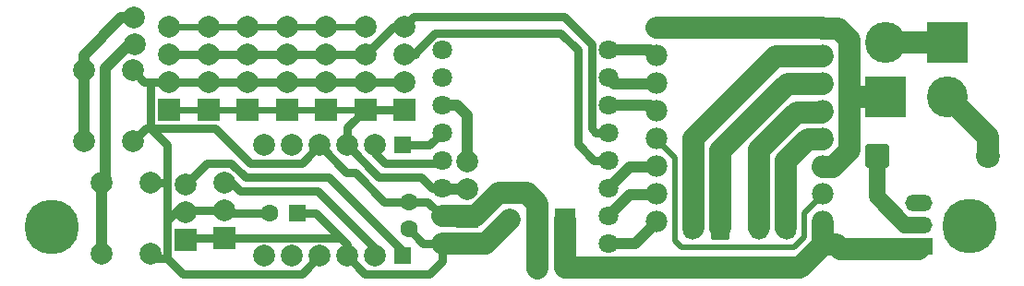
<source format=gbr>
%TF.GenerationSoftware,KiCad,Pcbnew,9.0.6*%
%TF.CreationDate,2026-01-26T16:21:30-03:00*%
%TF.ProjectId,V1_ robot_controller,56315f20-726f-4626-9f74-5f636f6e7472,rev?*%
%TF.SameCoordinates,Original*%
%TF.FileFunction,Copper,L2,Bot*%
%TF.FilePolarity,Positive*%
%FSLAX46Y46*%
G04 Gerber Fmt 4.6, Leading zero omitted, Abs format (unit mm)*
G04 Created by KiCad (PCBNEW 9.0.6) date 2026-01-26 16:21:30*
%MOMM*%
%LPD*%
G01*
G04 APERTURE LIST*
G04 Aperture macros list*
%AMRoundRect*
0 Rectangle with rounded corners*
0 $1 Rounding radius*
0 $2 $3 $4 $5 $6 $7 $8 $9 X,Y pos of 4 corners*
0 Add a 4 corners polygon primitive as box body*
4,1,4,$2,$3,$4,$5,$6,$7,$8,$9,$2,$3,0*
0 Add four circle primitives for the rounded corners*
1,1,$1+$1,$2,$3*
1,1,$1+$1,$4,$5*
1,1,$1+$1,$6,$7*
1,1,$1+$1,$8,$9*
0 Add four rect primitives between the rounded corners*
20,1,$1+$1,$2,$3,$4,$5,0*
20,1,$1+$1,$4,$5,$6,$7,0*
20,1,$1+$1,$6,$7,$8,$9,0*
20,1,$1+$1,$8,$9,$2,$3,0*%
G04 Aperture macros list end*
%TA.AperFunction,ComponentPad*%
%ADD10C,1.600000*%
%TD*%
%TA.AperFunction,ComponentPad*%
%ADD11C,1.980000*%
%TD*%
%TA.AperFunction,ComponentPad*%
%ADD12R,2.000000X2.000000*%
%TD*%
%TA.AperFunction,ComponentPad*%
%ADD13C,2.000000*%
%TD*%
%TA.AperFunction,ComponentPad*%
%ADD14C,3.750000*%
%TD*%
%TA.AperFunction,ComponentPad*%
%ADD15R,3.750000X3.750000*%
%TD*%
%TA.AperFunction,ComponentPad*%
%ADD16RoundRect,0.250000X0.550000X0.550000X-0.550000X0.550000X-0.550000X-0.550000X0.550000X-0.550000X0*%
%TD*%
%TA.AperFunction,ComponentPad*%
%ADD17RoundRect,0.249999X-0.850001X-0.850001X0.850001X-0.850001X0.850001X0.850001X-0.850001X0.850001X0*%
%TD*%
%TA.AperFunction,ComponentPad*%
%ADD18C,2.200000*%
%TD*%
%TA.AperFunction,ComponentPad*%
%ADD19O,1.740000X2.190000*%
%TD*%
%TA.AperFunction,ComponentPad*%
%ADD20RoundRect,0.250000X0.620000X0.845000X-0.620000X0.845000X-0.620000X-0.845000X0.620000X-0.845000X0*%
%TD*%
%TA.AperFunction,ComponentPad*%
%ADD21R,2.500000X1.500000*%
%TD*%
%TA.AperFunction,ComponentPad*%
%ADD22O,2.500000X1.500000*%
%TD*%
%TA.AperFunction,ComponentPad*%
%ADD23C,1.800000*%
%TD*%
%TA.AperFunction,ComponentPad*%
%ADD24R,1.524000X1.524000*%
%TD*%
%TA.AperFunction,ComponentPad*%
%ADD25R,1.905000X2.000000*%
%TD*%
%TA.AperFunction,ComponentPad*%
%ADD26O,1.905000X2.000000*%
%TD*%
%TA.AperFunction,ViaPad*%
%ADD27C,5.000000*%
%TD*%
%TA.AperFunction,ViaPad*%
%ADD28C,2.000000*%
%TD*%
%TA.AperFunction,Conductor*%
%ADD29C,2.000000*%
%TD*%
%TA.AperFunction,Conductor*%
%ADD30C,0.800000*%
%TD*%
%TA.AperFunction,Conductor*%
%ADD31C,0.600000*%
%TD*%
%TA.AperFunction,Conductor*%
%ADD32C,1.500000*%
%TD*%
%TA.AperFunction,Conductor*%
%ADD33C,1.000000*%
%TD*%
%TA.AperFunction,Conductor*%
%ADD34C,0.500000*%
%TD*%
G04 APERTURE END LIST*
D10*
%TO.P,C2,1*%
%TO.N,+5V*%
X180200000Y-107700000D03*
%TO.P,C2,2*%
%TO.N,GND*%
X180200000Y-105200000D03*
%TD*%
D11*
%TO.P,U3,1,VM*%
%TO.N,VMOT*%
X218143000Y-107026654D03*
%TO.P,U3,2,VCC*%
%TO.N,+3.3V*%
X218143000Y-104486654D03*
%TO.P,U3,3,GND*%
%TO.N,GND*%
X218143000Y-101946654D03*
%TO.P,U3,4,A01*%
%TO.N,Net-(J4-Pin_1)*%
X218143000Y-99406654D03*
%TO.P,U3,5,A02*%
%TO.N,Net-(J4-Pin_2)*%
X218143000Y-96866654D03*
%TO.P,U3,6,B02*%
%TO.N,Net-(J3-Pin_1)*%
X218143000Y-94326654D03*
%TO.P,U3,7,B01*%
%TO.N,Net-(J3-Pin_2)*%
X218143000Y-91786654D03*
%TO.P,U3,8,GND*%
%TO.N,GND*%
X218143000Y-89246654D03*
%TO.P,U3,9,GND*%
X202903000Y-89246654D03*
%TO.P,U3,10,PWMB*%
%TO.N,PWMB*%
X202903000Y-91786654D03*
%TO.P,U3,11,BI2*%
%TO.N,INB2*%
X202903000Y-94326654D03*
%TO.P,U3,12,BI1*%
%TO.N,INB1*%
X202903000Y-96866654D03*
%TO.P,U3,13,STBY*%
%TO.N,+3.3V*%
X202903000Y-99406654D03*
%TO.P,U3,14,AI1*%
%TO.N,INA1*%
X202903000Y-101946654D03*
%TO.P,U3,15,AI2*%
%TO.N,INA2*%
X202903000Y-104486654D03*
%TO.P,U3,16,PWMA*%
%TO.N,PWMA*%
X202903000Y-107026654D03*
%TD*%
D12*
%TO.P,J9,1,Pin_1*%
%TO.N,+3.3V*%
X172630000Y-96725000D03*
D13*
%TO.P,J9,2,Pin_2*%
%TO.N,GND*%
X172630000Y-94185000D03*
%TO.P,J9,3,Pin_3*%
%TO.N,SCL*%
X172630000Y-91645000D03*
%TO.P,J9,4,Pin_4*%
%TO.N,SDA*%
X172630000Y-89105000D03*
%TD*%
D14*
%TO.P,J2,N,N*%
%TO.N,Net-(J1-PadP)*%
X223903000Y-90571654D03*
D15*
%TO.P,J2,P,P*%
%TO.N,GND*%
X223903000Y-95571654D03*
%TD*%
D16*
%TO.P,C5,1*%
%TO.N,+5V*%
X169950000Y-106250000D03*
D10*
%TO.P,C5,2*%
%TO.N,GND*%
X167450000Y-106250000D03*
%TD*%
D12*
%TO.P,J7,1,Pin_1*%
%TO.N,+5V*%
X163275000Y-108565000D03*
D13*
%TO.P,J7,2,Pin_2*%
%TO.N,GND*%
X163275000Y-106025000D03*
%TO.P,J7,3,Pin_3*%
%TO.N,Net-(J7-Pin_3)*%
X163275000Y-103485000D03*
%TD*%
D17*
%TO.P,D1,1,K*%
%TO.N,Net-(D1-K)*%
X223123000Y-101021654D03*
D18*
%TO.P,D1,2,A*%
%TO.N,Net-(D1-A)*%
X233283000Y-101021654D03*
%TD*%
D12*
%TO.P,J10,1,Pin_1*%
%TO.N,+3.3V*%
X169020000Y-96725000D03*
D13*
%TO.P,J10,2,Pin_2*%
%TO.N,GND*%
X169020000Y-94185000D03*
%TO.P,J10,3,Pin_3*%
%TO.N,SCL*%
X169020000Y-91645000D03*
%TO.P,J10,4,Pin_4*%
%TO.N,SDA*%
X169020000Y-89105000D03*
%TD*%
D19*
%TO.P,J4,1,Pin_1*%
%TO.N,Net-(J4-Pin_1)*%
X214893000Y-107571654D03*
%TO.P,J4,2,Pin_2*%
%TO.N,Net-(J4-Pin_2)*%
X212353000Y-107571654D03*
%TD*%
D12*
%TO.P,J11,1,Pin_1*%
%TO.N,+3.3V*%
X165445000Y-96725000D03*
D13*
%TO.P,J11,2,Pin_2*%
%TO.N,GND*%
X165445000Y-94185000D03*
%TO.P,J11,3,Pin_3*%
%TO.N,SCL*%
X165445000Y-91645000D03*
%TO.P,J11,4,Pin_4*%
%TO.N,SDA*%
X165445000Y-89105000D03*
%TD*%
D14*
%TO.P,J1,N,N*%
%TO.N,Net-(D1-A)*%
X229603000Y-95571654D03*
D15*
%TO.P,J1,P,P*%
%TO.N,Net-(J1-PadP)*%
X229603000Y-90571654D03*
%TD*%
D12*
%TO.P,J6,1,Pin_1*%
%TO.N,+5V*%
X159775000Y-108655000D03*
D13*
%TO.P,J6,2,Pin_2*%
%TO.N,GND*%
X159775000Y-106115000D03*
%TO.P,J6,3,Pin_3*%
%TO.N,Net-(J6-Pin_3)*%
X159775000Y-103575000D03*
%TD*%
%TO.P,SW2,1,1*%
%TO.N,GND*%
X154900000Y-93150000D03*
X154900000Y-99650000D03*
%TO.P,SW2,2,2*%
%TO.N,Net-(U1-GPIO0)*%
X150400000Y-93150000D03*
X150400000Y-99650000D03*
%TD*%
D12*
%TO.P,J5,1,Pin_1*%
%TO.N,+3.3V*%
X179795000Y-96715000D03*
D13*
%TO.P,J5,2,Pin_2*%
%TO.N,GND*%
X179795000Y-94175000D03*
%TO.P,J5,3,Pin_3*%
%TO.N,SDA*%
X179795000Y-91635000D03*
%TO.P,J5,4,Pin_4*%
%TO.N,SCL*%
X179795000Y-89095000D03*
%TD*%
D20*
%TO.P,J3,1,Pin_1*%
%TO.N,Net-(J3-Pin_1)*%
X208768000Y-107571654D03*
D19*
%TO.P,J3,2,Pin_2*%
%TO.N,Net-(J3-Pin_2)*%
X206228000Y-107571654D03*
%TD*%
D21*
%TO.P,SW1,1,A*%
%TO.N,VMOT*%
X226950000Y-109300000D03*
D22*
%TO.P,SW1,2,B*%
%TO.N,Net-(D1-K)*%
X226950000Y-107300000D03*
%TO.P,SW1,3,C*%
%TO.N,unconnected-(SW1-C-Pad3)*%
X226950000Y-105300000D03*
%TD*%
D12*
%TO.P,J8,1,Pin_1*%
%TO.N,+3.3V*%
X176220000Y-96725000D03*
D13*
%TO.P,J8,2,Pin_2*%
%TO.N,GND*%
X176220000Y-94185000D03*
%TO.P,J8,3,Pin_3*%
%TO.N,SCL*%
X176220000Y-91645000D03*
%TO.P,J8,4,Pin_4*%
%TO.N,SDA*%
X176220000Y-89105000D03*
%TD*%
D10*
%TO.P,C1,1*%
%TO.N,VMOT*%
X194525000Y-111300000D03*
%TO.P,C1,2*%
%TO.N,GND*%
X192025000Y-111300000D03*
%TD*%
D23*
%TO.P,U1,0,GPIO0*%
%TO.N,Net-(U1-GPIO0)*%
X183238000Y-91241654D03*
%TO.P,U1,1,GPIO1*%
%TO.N,Net-(U1-GPIO1)*%
X183238000Y-93781654D03*
%TO.P,U1,2,GPIO2*%
%TO.N,Net-(J14-Pin_3)*%
X183238000Y-96321654D03*
%TO.P,U1,3,GPIO3*%
%TO.N,QTR_DER*%
X183238000Y-98861654D03*
%TO.P,U1,3.3,3V3*%
%TO.N,+3.3V*%
X183238000Y-103941654D03*
%TO.P,U1,4,GPIO4*%
%TO.N,QTR_IZQ*%
X183238000Y-101401654D03*
%TO.P,U1,5,GPIO5*%
%TO.N,PWMA*%
X198478000Y-109021654D03*
%TO.P,U1,5V,5V*%
%TO.N,+5V*%
X183238000Y-109021654D03*
%TO.P,U1,6,GPIO6*%
%TO.N,INA2*%
X198478000Y-106481654D03*
%TO.P,U1,7,GPIO7*%
%TO.N,INA1*%
X198478000Y-103941654D03*
%TO.P,U1,8,GPIO8*%
%TO.N,SDA*%
X198478000Y-101401654D03*
%TO.P,U1,9,GPIO9*%
%TO.N,SCL*%
X198478000Y-98861654D03*
%TO.P,U1,10,GPIO10*%
%TO.N,INB1*%
X198478000Y-96321654D03*
%TO.P,U1,20,GPIO20*%
%TO.N,INB2*%
X198478000Y-93781654D03*
%TO.P,U1,21,GPIO21*%
%TO.N,PWMB*%
X198478000Y-91241654D03*
%TO.P,U1,G,GND*%
%TO.N,GND*%
X183238000Y-106481654D03*
%TD*%
D12*
%TO.P,J13,1,Pin_1*%
%TO.N,+3.3V*%
X158245000Y-96725000D03*
D13*
%TO.P,J13,2,Pin_2*%
%TO.N,GND*%
X158245000Y-94185000D03*
%TO.P,J13,3,Pin_3*%
%TO.N,SCL*%
X158245000Y-91645000D03*
%TO.P,J13,4,Pin_4*%
%TO.N,SDA*%
X158245000Y-89105000D03*
%TD*%
%TO.P,U4,GND_1,GND*%
%TO.N,GND*%
X172030000Y-110175000D03*
%TO.P,U4,GND_2,GND*%
X172030000Y-100015000D03*
%TO.P,U4,HV,HV*%
%TO.N,+5V*%
X174570000Y-110175000D03*
D24*
%TO.P,U4,HV1,HV1*%
%TO.N,Net-(J6-Pin_3)*%
X179650000Y-110175000D03*
D13*
%TO.P,U4,HV2,HV2*%
%TO.N,Net-(J7-Pin_3)*%
X177110000Y-110175000D03*
%TO.P,U4,HV3,HV3*%
%TO.N,unconnected-(U4-PadHV3)*%
X169490000Y-110175000D03*
%TO.P,U4,HV4,HV4*%
%TO.N,unconnected-(U4-PadHV4)*%
X166950000Y-110175000D03*
%TO.P,U4,LV,LV*%
%TO.N,+3.3V*%
X174570000Y-100015000D03*
D24*
%TO.P,U4,LV1,LV1*%
%TO.N,QTR_DER*%
X179650000Y-100015000D03*
D13*
%TO.P,U4,LV2,LV2*%
%TO.N,QTR_IZQ*%
X177110000Y-100015000D03*
%TO.P,U4,LV3,LV3*%
%TO.N,unconnected-(U4-PadLV3)*%
X169490000Y-100015000D03*
%TO.P,U4,LV4,LV4*%
%TO.N,unconnected-(U4-PadLV4)*%
X166950000Y-100015000D03*
%TD*%
D12*
%TO.P,J12,1,Pin_1*%
%TO.N,+3.3V*%
X161845000Y-96725000D03*
D13*
%TO.P,J12,2,Pin_2*%
%TO.N,GND*%
X161845000Y-94185000D03*
%TO.P,J12,3,Pin_3*%
%TO.N,SCL*%
X161845000Y-91645000D03*
%TO.P,J12,4,Pin_4*%
%TO.N,SDA*%
X161845000Y-89105000D03*
%TD*%
D16*
%TO.P,C3,1*%
%TO.N,VMOT*%
X194525000Y-109150000D03*
D10*
%TO.P,C3,2*%
%TO.N,GND*%
X192025000Y-109150000D03*
%TD*%
D12*
%TO.P,J14,1,Pin_1*%
%TO.N,GND*%
X185575000Y-106555000D03*
D13*
%TO.P,J14,2,Pin_2*%
%TO.N,+3.3V*%
X185575000Y-104015000D03*
%TO.P,J14,3,Pin_3*%
%TO.N,Net-(J14-Pin_3)*%
X185575000Y-101475000D03*
%TD*%
%TO.P,SW3,1,1*%
%TO.N,GND*%
X156500000Y-103425000D03*
X156500000Y-109925000D03*
%TO.P,SW3,2,2*%
%TO.N,Net-(U1-GPIO1)*%
X152000000Y-103425000D03*
X152000000Y-109925000D03*
%TD*%
D25*
%TO.P,U2,1,IN*%
%TO.N,VMOT*%
X194515000Y-106825000D03*
D26*
%TO.P,U2,2,GND*%
%TO.N,GND*%
X191975000Y-106825000D03*
%TO.P,U2,3,OUT*%
%TO.N,+5V*%
X189435000Y-106825000D03*
%TD*%
D27*
%TO.N,*%
X231625000Y-107450000D03*
X147460036Y-107468574D03*
D28*
%TO.N,Net-(U1-GPIO0)*%
X155024208Y-88254933D03*
%TO.N,Net-(U1-GPIO1)*%
X155052827Y-90704768D03*
%TD*%
D29*
%TO.N,Net-(J1-PadP)*%
X229603000Y-90571654D02*
X223903000Y-90571654D01*
D30*
%TO.N,GND*%
X159003000Y-106025000D02*
X163275000Y-106025000D01*
X155935000Y-94185000D02*
X154900000Y-93150000D01*
D29*
X219578071Y-89281654D02*
X220629000Y-90332583D01*
D30*
X179795000Y-94175000D02*
X158255000Y-94175000D01*
D29*
X219097166Y-101988725D02*
X218185071Y-101988725D01*
D30*
X156544000Y-98426000D02*
X156124000Y-98426000D01*
X170417000Y-111788000D02*
X159506000Y-111788000D01*
D29*
X220629000Y-90332583D02*
X220629000Y-95306654D01*
D30*
X170417000Y-101628000D02*
X165672182Y-101628000D01*
X158074000Y-106954000D02*
X159003000Y-106025000D01*
D31*
X176215000Y-94180000D02*
X176220000Y-94185000D01*
D30*
X158074000Y-99956000D02*
X158074000Y-103350000D01*
X163500000Y-106250000D02*
X163275000Y-106025000D01*
X157999000Y-103425000D02*
X156500000Y-103425000D01*
X156544000Y-98426000D02*
X156544000Y-94406000D01*
D29*
X186312108Y-106481654D02*
X183238000Y-106481654D01*
D30*
X158074000Y-103350000D02*
X158074000Y-106954000D01*
X156544000Y-94406000D02*
X156765000Y-94185000D01*
X156765000Y-94185000D02*
X155935000Y-94185000D01*
X172030000Y-110175000D02*
X170417000Y-111788000D01*
D29*
X218178000Y-89281654D02*
X219578071Y-89281654D01*
X192025000Y-111300000D02*
X192025000Y-105350000D01*
D30*
X158074000Y-110356000D02*
X158074000Y-106954000D01*
X177978472Y-105192654D02*
X181949000Y-105192654D01*
D29*
X202903000Y-89246654D02*
X218143000Y-89246654D01*
D30*
X172030000Y-100015000D02*
X170417000Y-101628000D01*
X167450000Y-106250000D02*
X163500000Y-106250000D01*
X156544000Y-98426000D02*
X158074000Y-99956000D01*
D29*
X188419762Y-104374000D02*
X186312108Y-106481654D01*
D30*
X158074000Y-110356000D02*
X156931000Y-110356000D01*
D29*
X192025000Y-105350000D02*
X191049000Y-104374000D01*
X220629000Y-95306654D02*
X220629000Y-100456891D01*
D30*
X162470182Y-98426000D02*
X156544000Y-98426000D01*
D29*
X223903000Y-95571654D02*
X220894000Y-95571654D01*
D30*
X181949000Y-105192654D02*
X183238000Y-106481654D01*
X172030000Y-100015000D02*
X174515000Y-102500000D01*
X159506000Y-111788000D02*
X158074000Y-110356000D01*
X156765000Y-94185000D02*
X158245000Y-94185000D01*
D29*
X220629000Y-100456891D02*
X219097166Y-101988725D01*
D30*
X156124000Y-98426000D02*
X154900000Y-99650000D01*
X174515000Y-102500000D02*
X175285818Y-102500000D01*
D29*
X220894000Y-95571654D02*
X220629000Y-95306654D01*
D30*
X156931000Y-110356000D02*
X156500000Y-109925000D01*
X165672182Y-101628000D02*
X162470182Y-98426000D01*
X175285818Y-102500000D02*
X177978472Y-105192654D01*
D29*
X191049000Y-104374000D02*
X188419762Y-104374000D01*
D30*
X158074000Y-103350000D02*
X157999000Y-103425000D01*
X158255000Y-94175000D02*
X158245000Y-94185000D01*
%TO.N,+5V*%
X176183000Y-111788000D02*
X182062000Y-111788000D01*
X174570000Y-109145000D02*
X174570000Y-110175000D01*
X169950000Y-106250000D02*
X171675000Y-106250000D01*
X163275000Y-108565000D02*
X159865000Y-108565000D01*
X174570000Y-110175000D02*
X176183000Y-111788000D01*
X181521654Y-109021654D02*
X180200000Y-107700000D01*
X163278000Y-108562000D02*
X173987000Y-108562000D01*
D29*
X189435000Y-106825000D02*
X187238346Y-109021654D01*
D30*
X173987000Y-108562000D02*
X174570000Y-109145000D01*
X159865000Y-108565000D02*
X159775000Y-108655000D01*
X163275000Y-108565000D02*
X163278000Y-108562000D01*
X183238000Y-110612000D02*
X183238000Y-109021654D01*
X183238000Y-109021654D02*
X181521654Y-109021654D01*
X182062000Y-111788000D02*
X183238000Y-110612000D01*
D29*
X187238346Y-109021654D02*
X183238000Y-109021654D01*
D30*
X171675000Y-106250000D02*
X173987000Y-108562000D01*
D29*
%TO.N,Net-(D1-A)*%
X233283000Y-99251654D02*
X229603000Y-95571654D01*
X233283000Y-101021654D02*
X233283000Y-99251654D01*
D32*
%TO.N,Net-(D1-K)*%
X223123000Y-104732131D02*
X223123000Y-101021654D01*
X226950000Y-107300000D02*
X225690869Y-107300000D01*
X225690869Y-107300000D02*
X223123000Y-104732131D01*
D33*
%TO.N,INB1*%
X202358000Y-96321654D02*
X202938000Y-96901654D01*
X198478000Y-96321654D02*
X202358000Y-96321654D01*
D29*
%TO.N,Net-(J3-Pin_1)*%
X218178000Y-94361654D02*
X214925455Y-94361654D01*
X208780000Y-100507109D02*
X208780000Y-107559654D01*
X214925455Y-94361654D02*
X208780000Y-100507109D01*
%TO.N,Net-(J3-Pin_2)*%
X213878000Y-91821654D02*
X206329000Y-99370654D01*
X218178000Y-91821654D02*
X213878000Y-91821654D01*
X206329000Y-99370654D02*
X206329000Y-107571654D01*
%TO.N,Net-(J4-Pin_1)*%
X218178000Y-99441654D02*
X216777929Y-99441654D01*
X216777929Y-99441654D02*
X214776000Y-101443583D01*
X214776000Y-101443583D02*
X214776000Y-107571654D01*
%TO.N,Net-(J4-Pin_2)*%
X215762691Y-96990654D02*
X212325000Y-100428346D01*
X218089000Y-96990654D02*
X215762691Y-96990654D01*
X218178000Y-96901654D02*
X218089000Y-96990654D01*
X212325000Y-100428346D02*
X212325000Y-107571654D01*
D31*
%TO.N,+3.3V*%
X158250000Y-96720000D02*
X160770000Y-96720000D01*
D34*
X216503000Y-106196654D02*
X216503000Y-106331077D01*
D30*
X177455000Y-102900000D02*
X174570000Y-100015000D01*
D33*
X183311346Y-104015000D02*
X183238000Y-103941654D01*
D34*
X204628000Y-101131654D02*
X202938000Y-99441654D01*
X204628000Y-108796654D02*
X204628000Y-101131654D01*
D30*
X181325000Y-102900000D02*
X177455000Y-102900000D01*
X176230000Y-96715000D02*
X176220000Y-96725000D01*
D34*
X216503000Y-106331077D02*
X216477000Y-106357077D01*
X216477000Y-106357077D02*
X216477000Y-108447654D01*
D30*
X183238000Y-103941654D02*
X182366654Y-103941654D01*
X174570000Y-100015000D02*
X174570000Y-98375000D01*
D31*
X158245000Y-96725000D02*
X158250000Y-96720000D01*
D34*
X215514713Y-109409941D02*
X205241287Y-109409941D01*
D31*
X176220000Y-96725000D02*
X158245000Y-96725000D01*
D34*
X216477000Y-108447654D02*
X215514713Y-109409941D01*
X218178000Y-104521654D02*
X216503000Y-106196654D01*
D33*
X185575000Y-104015000D02*
X183311346Y-104015000D01*
D30*
X174570000Y-98375000D02*
X176220000Y-96725000D01*
X179795000Y-96715000D02*
X176230000Y-96715000D01*
X182366654Y-103941654D02*
X181325000Y-102900000D01*
D34*
X205241287Y-109409941D02*
X204628000Y-108796654D01*
D30*
%TO.N,SDA*%
X194147472Y-89716654D02*
X195702000Y-91271182D01*
X195702000Y-99902000D02*
X197201654Y-101401654D01*
X195702000Y-91271182D02*
X195702000Y-99902000D01*
X179795000Y-91635000D02*
X180798324Y-91635000D01*
X197201654Y-101401654D02*
X198478000Y-101401654D01*
X180581324Y-91741654D02*
X182606324Y-89716654D01*
X182606324Y-89716654D02*
X194147472Y-89716654D01*
D31*
X176220000Y-89105000D02*
X158245000Y-89105000D01*
D30*
%TO.N,SCL*%
X179795000Y-89095000D02*
X178770000Y-89095000D01*
X180645000Y-88245000D02*
X194444999Y-88245000D01*
X194444999Y-88245000D02*
X196953000Y-90753000D01*
X197336654Y-98861654D02*
X198478000Y-98861654D01*
X176220000Y-91645000D02*
X158245000Y-91645000D01*
X196953000Y-98478000D02*
X197336654Y-98861654D01*
X178770000Y-89095000D02*
X176220000Y-91645000D01*
X179795000Y-89095000D02*
X180645000Y-88245000D01*
X196953000Y-90753000D02*
X196953000Y-98478000D01*
D33*
%TO.N,PWMB*%
X198478000Y-91241654D02*
X202358000Y-91241654D01*
X202358000Y-91241654D02*
X202938000Y-91821654D01*
%TO.N,INA1*%
X200438000Y-101981654D02*
X202938000Y-101981654D01*
X198478000Y-103941654D02*
X200438000Y-101981654D01*
%TO.N,INA2*%
X200438000Y-104521654D02*
X202938000Y-104521654D01*
X198478000Y-106481654D02*
X200438000Y-104521654D01*
%TO.N,INB2*%
X199058000Y-94361654D02*
X198478000Y-93781654D01*
X202938000Y-94361654D02*
X199058000Y-94361654D01*
D30*
%TO.N,QTR_DER*%
X179650000Y-100015000D02*
X182084654Y-100015000D01*
X182084654Y-100015000D02*
X183238000Y-98861654D01*
%TO.N,QTR_IZQ*%
X178037000Y-101628000D02*
X183011654Y-101628000D01*
X177110000Y-100015000D02*
X177110000Y-100701000D01*
X177110000Y-100701000D02*
X178037000Y-101628000D01*
X183011654Y-101628000D02*
X183238000Y-101401654D01*
D33*
%TO.N,PWMA*%
X200978000Y-109021654D02*
X202938000Y-107061654D01*
X198478000Y-109021654D02*
X200978000Y-109021654D01*
D30*
%TO.N,Net-(J6-Pin_3)*%
X165225000Y-102950000D02*
X163903000Y-101628000D01*
X179650000Y-109725000D02*
X172875000Y-102950000D01*
X172875000Y-102950000D02*
X165225000Y-102950000D01*
X179650000Y-110175000D02*
X179650000Y-109725000D01*
X161722000Y-101628000D02*
X159775000Y-103575000D01*
X163903000Y-101628000D02*
X161722000Y-101628000D01*
%TO.N,Net-(J7-Pin_3)*%
X177110000Y-109485000D02*
X177110000Y-110175000D01*
X171826000Y-104201000D02*
X177110000Y-109485000D01*
X163275000Y-103485000D02*
X163990818Y-103485000D01*
X164706819Y-104201000D02*
X171826000Y-104201000D01*
X163990818Y-103485000D02*
X164706819Y-104201000D01*
D33*
%TO.N,Net-(U1-GPIO0)*%
X154956407Y-88322734D02*
X153813053Y-88322734D01*
X155024208Y-88254933D02*
X154956407Y-88322734D01*
X150400000Y-91735787D02*
X150400000Y-93150000D01*
X153813053Y-88322734D02*
X150400000Y-91735787D01*
X150400000Y-99650000D02*
X150400000Y-93150000D01*
D29*
%TO.N,VMOT*%
X219452232Y-109152232D02*
X219801000Y-109501000D01*
X218178000Y-109152232D02*
X218178000Y-107061654D01*
X194515000Y-111195654D02*
X216004000Y-111195654D01*
X219801000Y-109501000D02*
X226950000Y-109501000D01*
X216219291Y-111110941D02*
X218178000Y-109152232D01*
X216004000Y-111195654D02*
X216088713Y-111110941D01*
X218178000Y-109152232D02*
X219452232Y-109152232D01*
X216088713Y-111110941D02*
X216219291Y-111110941D01*
X194515000Y-106825000D02*
X194515000Y-111195654D01*
D33*
%TO.N,Net-(J14-Pin_3)*%
X185575000Y-97250000D02*
X184646654Y-96321654D01*
X184646654Y-96321654D02*
X183238000Y-96321654D01*
X185575000Y-101475000D02*
X185575000Y-97250000D01*
%TO.N,Net-(U1-GPIO1)*%
X154586101Y-90704768D02*
X152351000Y-92939869D01*
X152351000Y-103074000D02*
X152000000Y-103425000D01*
X152351000Y-92939869D02*
X152351000Y-103074000D01*
X152000000Y-109925000D02*
X152000000Y-103425000D01*
X155052827Y-90704768D02*
X154586101Y-90704768D01*
%TD*%
M02*

</source>
